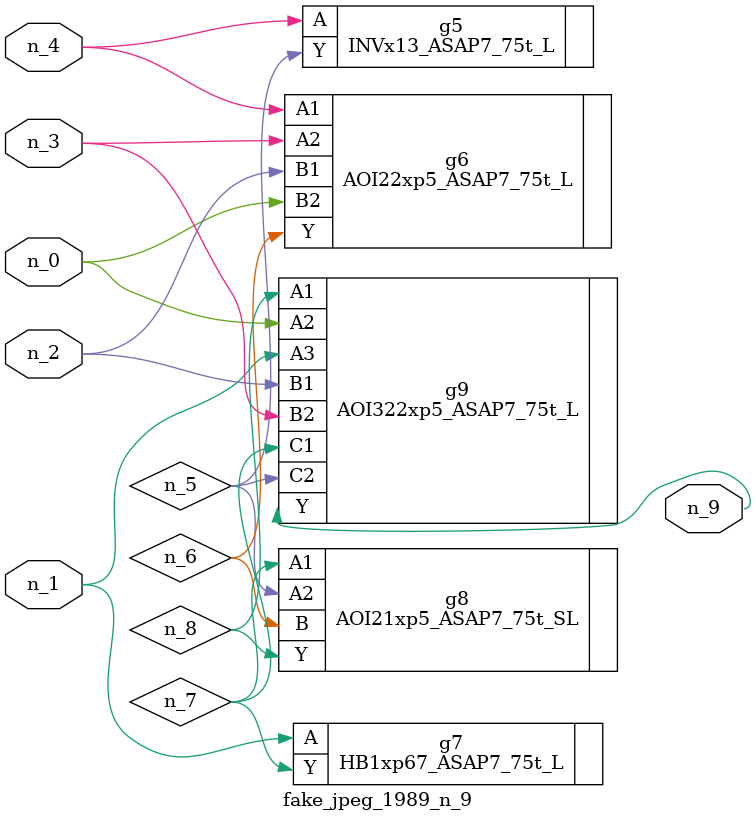
<source format=v>
module fake_jpeg_1989_n_9 (n_3, n_2, n_1, n_0, n_4, n_9);

input n_3;
input n_2;
input n_1;
input n_0;
input n_4;

output n_9;

wire n_8;
wire n_6;
wire n_5;
wire n_7;

INVx13_ASAP7_75t_L g5 ( 
.A(n_4),
.Y(n_5)
);

AOI22xp5_ASAP7_75t_L g6 ( 
.A1(n_4),
.A2(n_3),
.B1(n_2),
.B2(n_0),
.Y(n_6)
);

HB1xp67_ASAP7_75t_L g7 ( 
.A(n_1),
.Y(n_7)
);

AOI21xp5_ASAP7_75t_SL g8 ( 
.A1(n_7),
.A2(n_5),
.B(n_6),
.Y(n_8)
);

AOI322xp5_ASAP7_75t_L g9 ( 
.A1(n_8),
.A2(n_0),
.A3(n_1),
.B1(n_2),
.B2(n_3),
.C1(n_7),
.C2(n_5),
.Y(n_9)
);


endmodule
</source>
